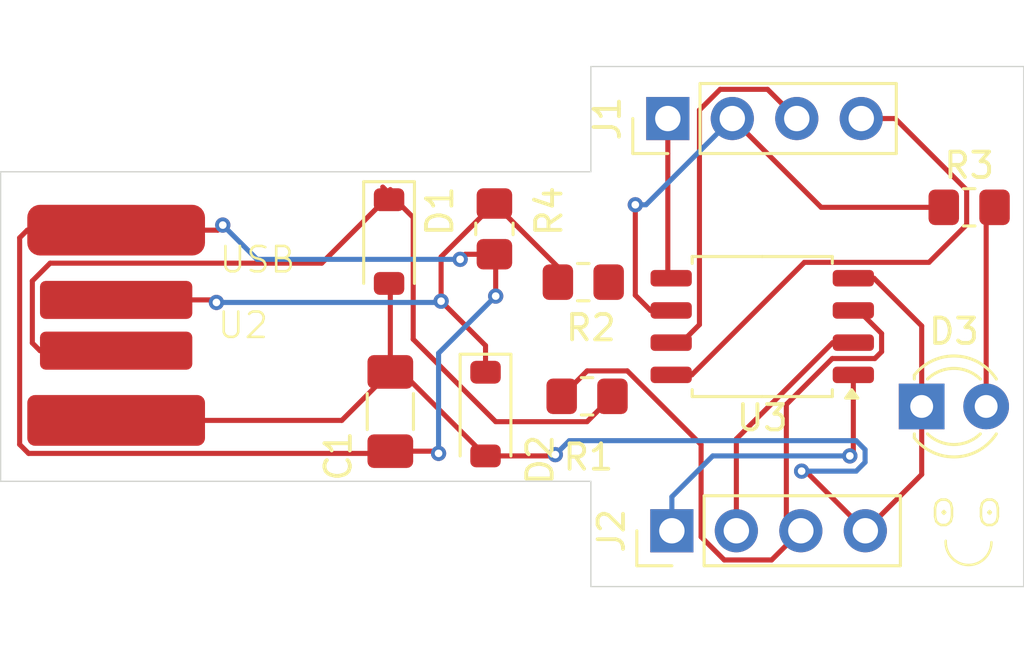
<source format=kicad_pcb>
(kicad_pcb (version 20241229) (generator "pcbnew") (generator_version "9.0")
  (layers (0 "F.Cu" signal) (2 "B.Cu" signal) (13 "F.Paste" user) (15 "B.Paste" user) (5 "F.SilkS" user "F.Silkscreen") (7 "B.SilkS" user "B.Silkscreen") (1 "F.Mask" user) (3 "B.Mask" user) (25 "Edge.Cuts" user))
  (net 0 "")
  (net 1 "+5V")
  (net 2 "GND")
  (net 3 "Net-(D1-K)")
  (net 4 "Net-(D2-K)")
  (net 5 "Net-(D3-A)")
  (net 6 "Net-(J1-Pin_1)")
  (net 7 "Net-(J1-Pin_3)")
  (net 8 "Net-(J1-Pin_2)")
  (net 9 "Net-(J2-Pin_3)")
  (net 10 "Net-(J2-Pin_2)")
  (net 11 "Net-(J2-Pin_1)")
  (footprint "Resistor_SMD:R_0805_2012Metric_Pad1.20x1.40mm_HandSolder" (layer "F.Cu") (at 137.55 79.95)
    (property "Reference" "R1" (at 0.05 2.4 0) (layer "F.SilkS"))
    (property "Value" "68R")
    (fp_line (start -0.227064 -0.735) (end 0.227064 -0.735) (stroke (width 0.12)) (layer "F.SilkS"))
    (fp_line (start -0.227064 0.735) (end 0.227064 0.735) (stroke (width 0.12)) (layer "F.SilkS"))
    (pad "1" smd roundrect (at -1 0) (size 1.2 1.4) (layers "F.Cu" "F.Mask" "F.Paste") (roundrect_rratio 0.208333) (net 9 "Net-(J2-Pin_3)"))
    (pad "2" smd roundrect (at 1 0) (size 1.2 1.4) (layers "F.Cu" "F.Mask" "F.Paste") (roundrect_rratio 0.208333) (net 3 "Net-(D1-K)"))
  )
  (footprint "Resistor_SMD:R_0805_2012Metric_Pad1.20x1.40mm_HandSolder" (layer "F.Cu") (at 152.6 72.5)
    (property "Reference" "R3" (at 0 -1.65 0) (layer "F.SilkS"))
    (property "Value" "330R")
    (fp_line (start -0.227064 -0.735) (end 0.227064 -0.735) (stroke (width 0.12)) (layer "F.SilkS"))
    (fp_line (start -0.227064 0.735) (end 0.227064 0.735) (stroke (width 0.12)) (layer "F.SilkS"))
    (pad "1" smd roundrect (at -1 0) (size 1.2 1.4) (layers "F.Cu" "F.Mask" "F.Paste") (roundrect_rratio 0.208333) (net 8 "Net-(J1-Pin_2)"))
    (pad "2" smd roundrect (at 1 0) (size 1.2 1.4) (layers "F.Cu" "F.Mask" "F.Paste") (roundrect_rratio 0.208333) (net 5 "Net-(D3-A)"))
  )
  (footprint "Resistor_SMD:R_0805_2012Metric_Pad1.20x1.40mm_HandSolder" (layer "F.Cu") (at 137.4 75.45 180)
    (property "Reference" "R2" (at -0.3 -1.8 0) (layer "F.SilkS"))
    (property "Value" "68R")
    (fp_line (start -0.227064 0.735) (end 0.227064 0.735) (stroke (width 0.12)) (layer "F.SilkS"))
    (fp_line (start -0.227064 -0.735) (end 0.227064 -0.735) (stroke (width 0.12)) (layer "F.SilkS"))
    (pad "1" smd roundrect (at -1 0 180) (size 1.2 1.4) (layers "F.Cu" "F.Mask" "F.Paste") (roundrect_rratio 0.208333) (net 10 "Net-(J2-Pin_2)"))
    (pad "2" smd roundrect (at 1 0 180) (size 1.2 1.4) (layers "F.Cu" "F.Mask" "F.Paste") (roundrect_rratio 0.208333) (net 4 "Net-(D2-K)"))
  )
  (footprint "Connector_PinHeader_2.54mm:PinHeader_1x04_P2.54mm_Vertical" (layer "F.Cu") (at 140.89 85.25 90)
    (property "Reference" "J2" (at 0 -2.38 90) (layer "F.SilkS"))
    (property "Value" "Conn_01x04")
    (fp_line (start -1.38 -1.38) (end 0 -1.38) (stroke (width 0.12)) (layer "F.SilkS"))
    (fp_line (start -1.38 0) (end -1.38 -1.38) (stroke (width 0.12)) (layer "F.SilkS"))
    (fp_line (start 1.38 1.27) (end 1.38 9) (stroke (width 0.12)) (layer "F.SilkS"))
    (fp_line (start -1.38 1.27) (end 1.38 1.27) (stroke (width 0.12)) (layer "F.SilkS"))
    (fp_line (start -1.38 1.27) (end -1.38 9) (stroke (width 0.12)) (layer "F.SilkS"))
    (fp_line (start -1.38 9) (end 1.38 9) (stroke (width 0.12)) (layer "F.SilkS"))
    (pad "1" thru_hole rect (at 0 0 90) (size 1.7 1.7) (drill 1) (layers "*.Cu" "*.Mask") (net 11 "Net-(J2-Pin_1)"))
    (pad "2" thru_hole circle (at 0 2.54 90) (size 1.7 1.7) (drill 1) (layers "*.Cu" "*.Mask") (net 10 "Net-(J2-Pin_2)"))
    (pad "3" thru_hole circle (at 0 5.08 90) (size 1.7 1.7) (drill 1) (layers "*.Cu" "*.Mask") (net 9 "Net-(J2-Pin_3)"))
    (pad "4" thru_hole circle (at 0 7.62 90) (size 1.7 1.7) (drill 1) (layers "*.Cu" "*.Mask") (net 2 "GND"))
  )
  (footprint "Capacitor_SMD:C_1206_3216Metric_Pad1.33x1.80mm_HandSolder" (layer "F.Cu") (at 129.8 80.55 90)
    (property "Reference" "C1" (at -1.75 -2.05 90) (layer "F.SilkS"))
    (property "Value" "100n" (hide yes))
    (fp_line (start -0.711252 -0.91) (end 0.711252 -0.91) (stroke (width 0.12)) (layer "F.SilkS"))
    (fp_line (start -0.711252 0.91) (end 0.711252 0.91) (stroke (width 0.12)) (layer "F.SilkS"))
    (pad "1" smd roundrect (at -1.5625 0 90) (size 1.325 1.8) (layers "F.Cu" "F.Mask" "F.Paste") (roundrect_rratio 0.188679) (net 1 "+5V"))
    (pad "2" smd roundrect (at 1.5625 0 90) (size 1.325 1.8) (layers "F.Cu" "F.Mask" "F.Paste") (roundrect_rratio 0.188679) (net 2 "GND"))
  )
  (footprint "Diode_SMD:D_SOD-123" (layer "F.Cu") (at 129.75 73.85 -90)
    (property "Reference" "D1" (at -1.2 -2 90) (layer "F.SilkS"))
    (property "Value" "3V6")
    (fp_line (start -2.36 1) (end 1.65 1) (stroke (width 0.12)) (layer "F.SilkS"))
    (fp_line (start -2.36 -1) (end -2.36 1) (stroke (width 0.12)) (layer "F.SilkS"))
    (fp_line (start -2.36 -1) (end 1.65 -1) (stroke (width 0.12)) (layer "F.SilkS"))
    (pad "1" smd roundrect (at -1.65 0 270) (size 0.9 1.2) (layers "F.Cu" "F.Mask" "F.Paste") (net 3 "Net-(D1-K)"))
    (pad "2" smd roundrect (at 1.65 0 270) (size 0.9 1.2) (layers "F.Cu" "F.Mask" "F.Paste") (net 2 "GND"))
  )
  (footprint "Project_1:PCB_USB_connector" (layer "F.Cu") (at 119 77.15)
    (property "Reference" "U2" (at 5 0 0) (layer "F.SilkS") (effects (font (thickness 0.1))))
    (property "Value" "~")
    (fp_text user "USB" (at 4 -2 0) (layer "F.SilkS") (effects (font (thickness 0.1)) (justify left bottom)))
    (pad "1" smd roundrect (at 0 -3.75) (size 7 2) (layers "F.Cu" "F.Mask" "F.Paste") (net 1 "+5V"))
    (pad "2" smd roundrect (at 0 -1) (size 6 1.5) (layers "F.Cu" "F.Mask" "F.Paste") (roundrect_rratio 0.15) (net 4 "Net-(D2-K)"))
    (pad "3" smd roundrect (at 0 1) (size 6 1.5) (layers "F.Cu" "F.Mask" "F.Paste") (roundrect_rratio 0.15) (net 3 "Net-(D1-K)"))
    (pad "4" smd roundrect (at 0 3.75) (size 7 2) (layers "F.Cu" "F.Mask" "F.Paste") (roundrect_rratio 0.15) (net 2 "GND"))
  )
  (footprint "Connector_PinHeader_2.54mm:PinHeader_1x04_P2.54mm_Vertical" (layer "F.Cu") (at 140.73 69 90)
    (property "Reference" "J1" (at 0 -2.38 90) (layer "F.SilkS"))
    (property "Value" "Conn_01x04")
    (fp_line (start -1.38 -1.38) (end 0 -1.38) (stroke (width 0.12)) (layer "F.SilkS"))
    (fp_line (start -1.38 0) (end -1.38 -1.38) (stroke (width 0.12)) (layer "F.SilkS"))
    (fp_line (start 1.38 1.27) (end 1.38 9) (stroke (width 0.12)) (layer "F.SilkS"))
    (fp_line (start -1.38 1.27) (end 1.38 1.27) (stroke (width 0.12)) (layer "F.SilkS"))
    (fp_line (start -1.38 1.27) (end -1.38 9) (stroke (width 0.12)) (layer "F.SilkS"))
    (fp_line (start -1.38 9) (end 1.38 9) (stroke (width 0.12)) (layer "F.SilkS"))
    (pad "1" thru_hole rect (at 0 0 90) (size 1.7 1.7) (drill 1) (layers "*.Cu" "*.Mask") (net 6 "Net-(J1-Pin_1)"))
    (pad "2" thru_hole circle (at 0 2.54 90) (size 1.7 1.7) (drill 1) (layers "*.Cu" "*.Mask") (net 8 "Net-(J1-Pin_2)"))
    (pad "3" thru_hole circle (at 0 5.08 90) (size 1.7 1.7) (drill 1) (layers "*.Cu" "*.Mask") (net 7 "Net-(J1-Pin_3)"))
    (pad "4" thru_hole circle (at 0 7.62 90) (size 1.7 1.7) (drill 1) (layers "*.Cu" "*.Mask") (net 1 "+5V"))
  )
  (footprint "Resistor_SMD:R_0805_2012Metric_Pad1.20x1.40mm_HandSolder" (layer "F.Cu") (at 133.9 73.35 90)
    (property "Reference" "R4" (at 0.7 2.15 90) (layer "F.SilkS"))
    (property "Value" "1k5")
    (fp_line (start -0.227064 -0.735) (end 0.227064 -0.735) (stroke (width 0.12)) (layer "F.SilkS"))
    (fp_line (start -0.227064 0.735) (end 0.227064 0.735) (stroke (width 0.12)) (layer "F.SilkS"))
    (pad "1" smd roundrect (at -1 0 90) (size 1.2 1.4) (layers "F.Cu" "F.Mask" "F.Paste") (roundrect_rratio 0.208333) (net 1 "+5V"))
    (pad "2" smd roundrect (at 1 0 90) (size 1.2 1.4) (layers "F.Cu" "F.Mask" "F.Paste") (roundrect_rratio 0.208333) (net 4 "Net-(D2-K)"))
  )
  (footprint "Diode_SMD:D_SOD-123" (layer "F.Cu") (at 133.55 80.65 -90)
    (property "Reference" "D2" (at 1.8 -2.15 90) (layer "F.SilkS"))
    (property "Value" "3V6")
    (fp_line (start -2.36 1) (end 1.65 1) (stroke (width 0.12)) (layer "F.SilkS"))
    (fp_line (start -2.36 -1) (end -2.36 1) (stroke (width 0.12)) (layer "F.SilkS"))
    (fp_line (start -2.36 -1) (end 1.65 -1) (stroke (width 0.12)) (layer "F.SilkS"))
    (pad "1" smd roundrect (at -1.65 0 270) (size 0.9 1.2) (layers "F.Cu" "F.Mask" "F.Paste") (net 4 "Net-(D2-K)"))
    (pad "2" smd roundrect (at 1.65 0 270) (size 0.9 1.2) (layers "F.Cu" "F.Mask" "F.Paste") (net 2 "GND"))
  )
  (footprint "LED_THT:LED_D3.0mm" (layer "F.Cu") (at 150.73 80.35)
    (property "Reference" "D3" (at 1.27 -2.96 0) (layer "F.SilkS"))
    (property "Value" "LED")
    (fp_line (start -0.29 -1.236) (end -0.29 -1.08) (stroke (width 0.12)) (layer "F.SilkS"))
    (fp_line (start -0.29 1.08) (end -0.29 1.236) (stroke (width 0.12)) (layer "F.SilkS"))
    (fp_arc (start -0.29 -1.235516) (mid 1.365624 -1.987701) (end 2.941397 -1.080061) (stroke (width 0.12)) (layer "F.SilkS"))
    (fp_arc (start 0.229039 -1.08) (mid 1.269964 -1.5) (end 2.31091 -1.080049) (stroke (width 0.12)) (layer "F.SilkS"))
    (fp_arc (start 2.31091 1.080049) (mid 1.269964 1.5) (end 0.229039 1.08) (stroke (width 0.12)) (layer "F.SilkS"))
    (fp_arc (start 2.941397 1.080061) (mid 1.365624 1.987701) (end -0.29 1.235516) (stroke (width 0.12)) (layer "F.SilkS"))
    (pad "1" thru_hole rect (at 0 0) (size 1.8 1.8) (drill 0.9) (layers "*.Cu" "*.Mask") (net 2 "GND"))
    (pad "2" thru_hole circle (at 2.54 0) (size 1.8 1.8) (drill 0.9) (layers "*.Cu" "*.Mask") (net 5 "Net-(D3-A)"))
  )
  (footprint "Package_SO:SOIC-8_5.3x5.3mm_P1.27mm" (layer "F.Cu") (at 144.45 77.2 180)
    (property "Reference" "U3" (at 0 -3.6 0) (layer "F.SilkS"))
    (property "Value" "ATtiny85-20S")
    (fp_line (start 2.76 2.76) (end 2.76 2.49) (stroke (width 0.12)) (layer "F.SilkS"))
    (fp_line (start 2.76 -2.76) (end 2.76 -2.49) (stroke (width 0.12)) (layer "F.SilkS"))
    (fp_line (start 0 2.76) (end 2.76 2.76) (stroke (width 0.12)) (layer "F.SilkS"))
    (fp_line (start 0 2.76) (end -2.76 2.76) (stroke (width 0.12)) (layer "F.SilkS"))
    (fp_line (start 0 -2.76) (end 2.76 -2.76) (stroke (width 0.12)) (layer "F.SilkS"))
    (fp_line (start 0 -2.76) (end -2.76 -2.76) (stroke (width 0.12)) (layer "F.SilkS"))
    (fp_line (start -2.76 2.76) (end -2.76 2.49) (stroke (width 0.12)) (layer "F.SilkS"))
    (fp_line (start -2.76 -2.76) (end -2.76 -2.49) (stroke (width 0.12)) (layer "F.SilkS"))
    (fp_poly (pts (xy -3.525 -2.49) (xy -3.765 -2.82) (xy -3.285 -2.82)) (stroke (width 0.12)) (fill yes) (layer "F.SilkS"))
    (pad "1" smd roundrect (at -3.5875 -1.905 180) (size 1.625 0.65) (layers "F.Cu" "F.Mask" "F.Paste") (net 11 "Net-(J2-Pin_1)"))
    (pad "2" smd roundrect (at -3.5875 -0.635 180) (size 1.625 0.65) (layers "F.Cu" "F.Mask" "F.Paste") (net 10 "Net-(J2-Pin_2)"))
    (pad "3" smd roundrect (at -3.5875 0.635 180) (size 1.625 0.65) (layers "F.Cu" "F.Mask" "F.Paste") (net 9 "Net-(J2-Pin_3)"))
    (pad "4" smd roundrect (at -3.5875 1.905 180) (size 1.625 0.65) (layers "F.Cu" "F.Mask" "F.Paste") (net 2 "GND"))
    (pad "5" smd roundrect (at 3.5875 1.905 180) (size 1.625 0.65) (layers "F.Cu" "F.Mask" "F.Paste") (net 6 "Net-(J1-Pin_1)"))
    (pad "6" smd roundrect (at 3.5875 0.635 180) (size 1.625 0.65) (layers "F.Cu" "F.Mask" "F.Paste") (net 8 "Net-(J1-Pin_2)"))
    (pad "7" smd roundrect (at 3.5875 -0.635 180) (size 1.625 0.65) (layers "F.Cu" "F.Mask" "F.Paste") (net 7 "Net-(J1-Pin_3)"))
    (pad "8" smd roundrect (at 3.5875 -1.905 180) (size 1.625 0.65) (layers "F.Cu" "F.Mask" "F.Paste") (net 1 "+5V"))
  )
  (gr_arc (start 153.476436 85.700388) (mid 152.55 86.6) (end 151.677989 85.647538) (stroke (width 0.1)) (layer "F.SilkS"))
  (gr_line (start 114.45 71.1) (end 137.7 71.1) (stroke (width 0.05)) (layer "Edge.Cuts"))
  (gr_line (start 137.7 87.45) (end 154.75 87.45) (stroke (width 0.05)) (layer "Edge.Cuts"))
  (gr_line (start 114.45 71.1) (end 114.45 83.3) (stroke (width 0.05)) (layer "Edge.Cuts"))
  (gr_line (start 137.7 83.3) (end 137.7 87.45) (stroke (width 0.05)) (layer "Edge.Cuts"))
  (gr_line (start 114.45 83.3) (end 137.7 83.3) (stroke (width 0.05)) (layer "Edge.Cuts"))
  (gr_line (start 137.7 66.95) (end 154.75 66.95) (stroke (width 0.05)) (layer "Edge.Cuts"))
  (gr_line (start 137.7 71.1) (end 137.7 66.95) (stroke (width 0.05)) (layer "Edge.Cuts"))
  (gr_line (start 154.75 66.95) (end 154.75 87.45) (stroke (width 0.05)) (layer "Edge.Cuts"))
  (gr_text "." (at 153.1 84.7 0) (layer "F.SilkS") (effects (font (size 1 1) (thickness 0.1)) (justify left bottom)))
  (gr_text "O O" (at 151 85.15 0) (layer "F.SilkS") (effects (font (size 1 1) (thickness 0.1)) (justify left bottom)))
  (gr_text "." (at 151.3 84.7 0) (layer "F.SilkS") (effects (font (size 1 1) (thickness 0.1)) (justify left bottom)))
  (segment (start 115.199 73.701) (end 115.5 73.4) (width 0.2) (layer "F.Cu") (net 1))
  (segment (start 115.551056 82.201) (end 115.199 81.848944) (width 0.2) (layer "F.Cu") (net 1))
  (segment (start 115.199 81.848944) (end 115.199 73.701) (width 0.2) (layer "F.Cu") (net 1))
  (segment (start 129.8 82.1125) (end 129.8375 82.1125) (width 0.2) (layer "F.Cu") (net 1))
  (segment (start 115.5 73.4) (end 119 73.4) (width 0.2) (layer "F.Cu") (net 1))
  (segment (start 123.2 73.2) (end 123 73.4) (width 0.2) (layer "F.Cu") (net 1))
  (segment (start 152.501 73.18516) (end 151.01716 74.669) (width 0.2) (layer "F.Cu") (net 1))
  (segment (start 131.6125 82.1125) (end 131.7 82.2) (width 0.2) (layer "F.Cu") (net 1))
  (segment (start 123 73.4) (end 119 73.4) (width 0.2) (layer "F.Cu") (net 1))
  (segment (start 133.9 74.35) (end 132.75 74.35) (width 0.2) (layer "F.Cu") (net 1))
  (segment (start 133.95 74.4) (end 133.9 74.35) (width 0.2) (layer "F.Cu") (net 1))
  (segment (start 141.674999 79.105) (end 140.8625 79.105) (width 0.2) (layer "F.Cu") (net 1))
  (segment (start 132.75 74.35) (end 132.55 74.55) (width 0.2) (layer "F.Cu") (net 1))
  (segment (start 152.501 71.81484) (end 152.501 73.18516) (width 0.2) (layer "F.Cu") (net 1))
  (segment (start 148.35 69) (end 149.68616 69) (width 0.2) (layer "F.Cu") (net 1))
  (segment (start 129.8 82.1125) (end 129.7115 82.201) (width 0.2) (layer "F.Cu") (net 1))
  (segment (start 129.8375 82.1125) (end 130.025 82.3) (width 0.2) (layer "F.Cu") (net 1))
  (segment (start 133.95 76) (end 133.95 74.4) (width 0.2) (layer "F.Cu") (net 1))
  (segment (start 146.110999 74.669) (end 141.674999 79.105) (width 0.2) (layer "F.Cu") (net 1))
  (segment (start 149.68616 69) (end 152.501 71.81484) (width 0.2) (layer "F.Cu") (net 1))
  (segment (start 129.8 82.1125) (end 131.6125 82.1125) (width 0.2) (layer "F.Cu") (net 1))
  (segment (start 151.01716 74.669) (end 146.110999 74.669) (width 0.2) (layer "F.Cu") (net 1))
  (segment (start 129.7115 82.201) (end 115.551056 82.201) (width 0.2) (layer "F.Cu") (net 1))
  (via (at 131.7 82.2) (size 0.6) (drill 0.3) (layers "F.Cu" "B.Cu") (net 1))
  (via (at 133.95 76) (size 0.6) (drill 0.3) (layers "F.Cu" "B.Cu") (net 1))
  (via (at 132.55 74.55) (size 0.6) (drill 0.3) (layers "F.Cu" "B.Cu") (net 1))
  (via (at 123.2 73.2) (size 0.6) (drill 0.3) (layers "F.Cu" "B.Cu") (net 1))
  (segment (start 132.55 74.55) (end 124.55 74.55) (width 0.2) (layer "B.Cu") (net 1))
  (segment (start 131.7 82.2) (end 131.7 78.25) (width 0.2) (layer "B.Cu") (net 1))
  (segment (start 124.55 74.55) (end 123.2 73.2) (width 0.2) (layer "B.Cu") (net 1))
  (segment (start 131.7 78.25) (end 133.95 76) (width 0.2) (layer "B.Cu") (net 1))
  (segment (start 136.3 82.25) (end 136.25 82.3) (width 0.2) (layer "F.Cu") (net 2))
  (segment (start 130.2375 78.9875) (end 133.55 82.3) (width 0.2) (layer "F.Cu") (net 2))
  (segment (start 148.51 85.25) (end 146.16 82.9) (width 0.2) (layer "F.Cu") (net 2))
  (segment (start 129.8 78.9875) (end 130.2375 78.9875) (width 0.2) (layer "F.Cu") (net 2))
  (segment (start 150.73 83.03) (end 148.51 85.25) (width 0.2) (layer "F.Cu") (net 2))
  (segment (start 146.16 82.9) (end 146 82.9) (width 0.2) (layer "F.Cu") (net 2))
  (segment (start 136.25 82.3) (end 133.55 82.3) (width 0.2) (layer "F.Cu") (net 2))
  (segment (start 150.73 80.35) (end 150.73 83.03) (width 0.2) (layer "F.Cu") (net 2))
  (segment (start 150.73 80.35) (end 150.73 77.175001) (width 0.2) (layer "F.Cu") (net 2))
  (segment (start 127.8875 80.9) (end 129.8 78.9875) (width 0.2) (layer "F.Cu") (net 2))
  (segment (start 150.73 77.175001) (end 148.849999 75.295) (width 0.2) (layer "F.Cu") (net 2))
  (segment (start 119 80.9) (end 127.8875 80.9) (width 0.2) (layer "F.Cu") (net 2))
  (segment (start 129.8 75.3) (end 129.8 78.9875) (width 0.2) (layer "F.Cu") (net 2))
  (segment (start 148.849999 75.295) (end 148.0375 75.295) (width 0.2) (layer "F.Cu") (net 2))
  (via (at 146 82.9) (size 0.6) (drill 0.3) (layers "F.Cu" "B.Cu") (net 2))
  (via (at 136.3 82.25) (size 0.6) (drill 0.3) (layers "F.Cu" "B.Cu") (net 2))
  (segment (start 148.148943 81.699) (end 136.851 81.699) (width 0.2) (layer "B.Cu") (net 2))
  (segment (start 136.851 81.699) (end 136.3 82.25) (width 0.2) (layer "B.Cu") (net 2))
  (segment (start 148.501 82.548943) (end 148.501 82.051057) (width 0.2) (layer "B.Cu") (net 2))
  (segment (start 148.501 82.051057) (end 148.148943 81.699) (width 0.2) (layer "B.Cu") (net 2))
  (segment (start 146 82.9) (end 148.149943 82.9) (width 0.2) (layer "B.Cu") (net 2))
  (segment (start 148.149943 82.9) (end 148.501 82.548943) (width 0.2) (layer "B.Cu") (net 2))
  (segment (start 127.099 74.701) (end 129.8 72) (width 0.2) (layer "F.Cu") (net 3))
  (segment (start 138.55 79.95) (end 137.549 80.951) (width 0.2) (layer "F.Cu") (net 3))
  (segment (start 115.699 77.849) (end 115.699 75.40089) (width 0.2) (layer "F.Cu") (net 3))
  (segment (start 116.39889 74.701) (end 127.099 74.701) (width 0.2) (layer "F.Cu") (net 3))
  (segment (start 115.699 75.40089) (end 116.39889 74.701) (width 0.2) (layer "F.Cu") (net 3))
  (segment (start 129.501 71.701) (end 129.8 72) (width 0.2) (layer "F.Cu") (net 3))
  (segment (start 130.701 72.901) (end 129.8 72) (width 0.2) (layer "F.Cu") (net 3))
  (segment (start 116 78.15) (end 115.699 77.849) (width 0.2) (layer "F.Cu") (net 3))
  (segment (start 133.951 80.951) (end 130.701 77.701) (width 0.2) (layer "F.Cu") (net 3))
  (segment (start 130.701 77.701) (end 130.701 72.901) (width 0.2) (layer "F.Cu") (net 3))
  (segment (start 119 78.15) (end 116 78.15) (width 0.2) (layer "F.Cu") (net 3))
  (segment (start 129.8 71.8) (end 129.8 72) (width 0.2) (layer "F.Cu") (net 3))
  (segment (start 137.549 80.951) (end 133.951 80.951) (width 0.2) (layer "F.Cu") (net 3))
  (segment (start 133.55 77.95) (end 133.55 79) (width 0.2) (layer "F.Cu") (net 4))
  (segment (start 122.85 76.15) (end 122.95 76.25) (width 0.2) (layer "F.Cu") (net 4))
  (segment (start 133.9 72.35) (end 136.4 74.85) (width 0.2) (layer "F.Cu") (net 4))
  (segment (start 131.8 74.45) (end 133.9 72.35) (width 0.2) (layer "F.Cu") (net 4))
  (segment (start 136.4 74.85) (end 136.4 75.45) (width 0.2) (layer "F.Cu") (net 4))
  (segment (start 119 76.15) (end 122.85 76.15) (width 0.2) (layer "F.Cu") (net 4))
  (segment (start 131.8 76.2) (end 131.8 74.45) (width 0.2) (layer "F.Cu") (net 4))
  (segment (start 131.8 76.2) (end 133.55 77.95) (width 0.2) (layer "F.Cu") (net 4))
  (via (at 122.95 76.25) (size 0.6) (drill 0.3) (layers "F.Cu" "B.Cu") (net 4))
  (via (at 131.8 76.2) (size 0.6) (drill 0.3) (layers "F.Cu" "B.Cu") (net 4))
  (segment (start 131.75 76.25) (end 131.8 76.2) (width 0.2) (layer "B.Cu") (net 4))
  (segment (start 122.95 76.25) (end 131.75 76.25) (width 0.2) (layer "B.Cu") (net 4))
  (segment (start 153.27 80.35) (end 153.27 72.83) (width 0.2) (layer "F.Cu") (net 5))
  (segment (start 153.27 72.83) (end 153.6 72.5) (width 0.2) (layer "F.Cu") (net 5))
  (segment (start 140.73 75.1625) (end 140.8625 75.295) (width 0.2) (layer "F.Cu") (net 6))
  (segment (start 140.73 69) (end 140.73 75.1625) (width 0.2) (layer "F.Cu") (net 6))
  (segment (start 142.79324 67.849) (end 141.976 68.66624) (width 0.2) (layer "F.Cu") (net 7))
  (segment (start 145.81 69) (end 144.659 67.849) (width 0.2) (layer "F.Cu") (net 7))
  (segment (start 141.976 77.124) (end 141.265 77.835) (width 0.2) (layer "F.Cu") (net 7))
  (segment (start 141.265 77.835) (end 140.8625 77.835) (width 0.2) (layer "F.Cu") (net 7))
  (segment (start 141.976 68.66624) (end 141.976 77.124) (width 0.2) (layer "F.Cu") (net 7))
  (segment (start 144.659 67.849) (end 142.79324 67.849) (width 0.2) (layer "F.Cu") (net 7))
  (segment (start 146.77 72.5) (end 143.27 69) (width 0.2) (layer "F.Cu") (net 8))
  (segment (start 140.8625 76.565) (end 140.050001 76.565) (width 0.2) (layer "F.Cu") (net 8))
  (segment (start 139.45 75.964999) (end 139.45 72.4) (width 0.2) (layer "F.Cu") (net 8))
  (segment (start 140.050001 76.565) (end 139.45 75.964999) (width 0.2) (layer "F.Cu") (net 8))
  (segment (start 151.6 72.5) (end 146.77 72.5) (width 0.2) (layer "F.Cu") (net 8))
  (via (at 139.45 72.4) (size 0.6) (drill 0.3) (layers "F.Cu" "B.Cu") (net 8))
  (segment (start 139.45 72.4) (end 139.87 72.4) (width 0.2) (layer "B.Cu") (net 8))
  (segment (start 139.87 72.4) (end 143.27 69) (width 0.2) (layer "B.Cu") (net 8))
  (segment (start 145.97 85.25) (end 145.399 84.679) (width 0.2) (layer "F.Cu") (net 9))
  (segment (start 144.819 86.401) (end 142.95324 86.401) (width 0.2) (layer "F.Cu") (net 9))
  (segment (start 145.399 84.679) (end 145.399 80.27101) (width 0.2) (layer "F.Cu") (net 9))
  (segment (start 149.151 78.19399) (end 149.151 77.47601) (width 0.2) (layer "F.Cu") (net 9))
  (segment (start 142.95324 86.401) (end 142.041 85.48876) (width 0.2) (layer "F.Cu") (net 9))
  (segment (start 149.151 77.47601) (end 148.23999 76.565) (width 0.2) (layer "F.Cu") (net 9))
  (segment (start 145.399 80.27101) (end 147.20901 78.461) (width 0.2) (layer "F.Cu") (net 9))
  (segment (start 139.13516 78.949) (end 137.551 78.949) (width 0.2) (layer "F.Cu") (net 9))
  (segment (start 142.041 85.48876) (end 142.041 81.85484) (width 0.2) (layer "F.Cu") (net 9))
  (segment (start 142.041 81.85484) (end 139.13516 78.949) (width 0.2) (layer "F.Cu") (net 9))
  (segment (start 137.551 78.949) (end 136.55 79.95) (width 0.2) (layer "F.Cu") (net 9))
  (segment (start 148.23999 76.565) (end 148.0375 76.565) (width 0.2) (layer "F.Cu") (net 9))
  (segment (start 148.88399 78.461) (end 149.151 78.19399) (width 0.2) (layer "F.Cu") (net 9))
  (segment (start 145.97 85.25) (end 144.819 86.401) (width 0.2) (layer "F.Cu") (net 9))
  (segment (start 147.20901 78.461) (end 148.88399 78.461) (width 0.2) (layer "F.Cu") (net 9))
  (segment (start 143.43 81.630001) (end 143.43 85.25) (width 0.2) (layer "F.Cu") (net 10))
  (segment (start 148.0375 77.835) (end 147.225001 77.835) (width 0.2) (layer "F.Cu") (net 10))
  (segment (start 147.225001 77.835) (end 143.43 81.630001) (width 0.2) (layer "F.Cu") (net 10))
  (segment (start 148.0375 82.1625) (end 147.9 82.3) (width 0.2) (layer "F.Cu") (net 11))
  (segment (start 148.0375 79.105) (end 148.0375 82.1625) (width 0.2) (layer "F.Cu") (net 11))
  (via (at 147.9 82.3) (size 0.6) (drill 0.3) (layers "F.Cu" "B.Cu") (net 11))
  (segment (start 142.5 82.3) (end 140.89 83.91) (width 0.2) (layer "B.Cu") (net 11))
  (segment (start 140.89 83.91) (end 140.89 85.25) (width 0.2) (layer "B.Cu") (net 11))
  (segment (start 147.9 82.3) (end 142.5 82.3) (width 0.2) (layer "B.Cu") (net 11))
)
</source>
